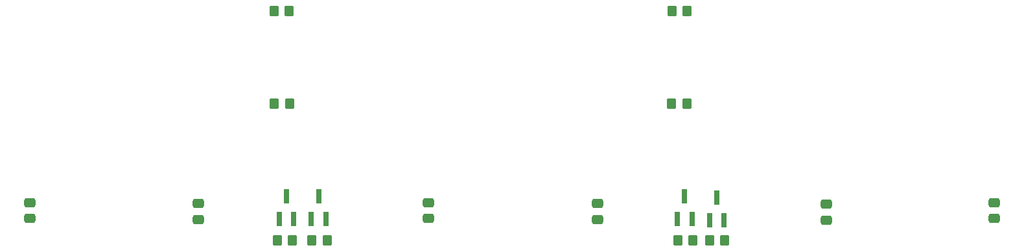
<source format=gbp>
G04 #@! TF.GenerationSoftware,KiCad,Pcbnew,7.0.5*
G04 #@! TF.CreationDate,2023-09-06T13:33:27-04:00*
G04 #@! TF.ProjectId,untitled,756e7469-746c-4656-942e-6b696361645f,rev?*
G04 #@! TF.SameCoordinates,Original*
G04 #@! TF.FileFunction,Paste,Bot*
G04 #@! TF.FilePolarity,Positive*
%FSLAX46Y46*%
G04 Gerber Fmt 4.6, Leading zero omitted, Abs format (unit mm)*
G04 Created by KiCad (PCBNEW 7.0.5) date 2023-09-06 13:33:27*
%MOMM*%
%LPD*%
G01*
G04 APERTURE LIST*
G04 Aperture macros list*
%AMRoundRect*
0 Rectangle with rounded corners*
0 $1 Rounding radius*
0 $2 $3 $4 $5 $6 $7 $8 $9 X,Y pos of 4 corners*
0 Add a 4 corners polygon primitive as box body*
4,1,4,$2,$3,$4,$5,$6,$7,$8,$9,$2,$3,0*
0 Add four circle primitives for the rounded corners*
1,1,$1+$1,$2,$3*
1,1,$1+$1,$4,$5*
1,1,$1+$1,$6,$7*
1,1,$1+$1,$8,$9*
0 Add four rect primitives between the rounded corners*
20,1,$1+$1,$2,$3,$4,$5,0*
20,1,$1+$1,$4,$5,$6,$7,0*
20,1,$1+$1,$6,$7,$8,$9,0*
20,1,$1+$1,$8,$9,$2,$3,0*%
G04 Aperture macros list end*
%ADD10R,0.800000X1.900000*%
%ADD11RoundRect,0.250000X-0.350000X-0.450000X0.350000X-0.450000X0.350000X0.450000X-0.350000X0.450000X0*%
%ADD12RoundRect,0.250000X0.475000X-0.337500X0.475000X0.337500X-0.475000X0.337500X-0.475000X-0.337500X0*%
G04 APERTURE END LIST*
D10*
X125410000Y-101576000D03*
X123510000Y-101576000D03*
X124460000Y-98576000D03*
D11*
X123587000Y-104394000D03*
X125587000Y-104394000D03*
D10*
X173223000Y-101600000D03*
X171323000Y-101600000D03*
X172273000Y-98600000D03*
D12*
X190754000Y-101727000D03*
X190754000Y-99652000D03*
X160909000Y-101643000D03*
X160909000Y-99568000D03*
D11*
X118650000Y-86487000D03*
X120650000Y-86487000D03*
D12*
X138811000Y-101516000D03*
X138811000Y-99441000D03*
D11*
X119031000Y-104394000D03*
X121031000Y-104394000D03*
D12*
X212725000Y-101516000D03*
X212725000Y-99441000D03*
D10*
X177414000Y-101727000D03*
X175514000Y-101727000D03*
X176464000Y-98727000D03*
D12*
X86741000Y-101516000D03*
X86741000Y-99441000D03*
D11*
X171355000Y-104394000D03*
X173355000Y-104394000D03*
D12*
X108712000Y-101643000D03*
X108712000Y-99568000D03*
D11*
X118618000Y-74422000D03*
X120618000Y-74422000D03*
X170561000Y-86487000D03*
X172561000Y-86487000D03*
D10*
X121219000Y-101600000D03*
X119319000Y-101600000D03*
X120269000Y-98600000D03*
D11*
X170593000Y-74422000D03*
X172593000Y-74422000D03*
X175514000Y-104394000D03*
X177514000Y-104394000D03*
M02*

</source>
